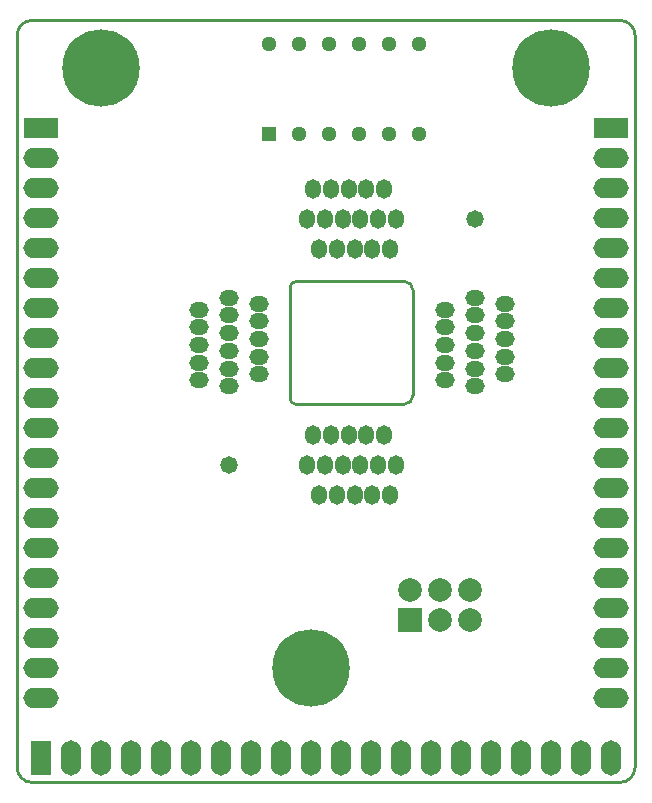
<source format=gts>
G04*
G04 #@! TF.GenerationSoftware,Altium Limited,Altium Designer,21.2.2 (38)*
G04*
G04 Layer_Color=8388736*
%FSLAX25Y25*%
%MOIN*%
G70*
G04*
G04 #@! TF.SameCoordinates,02BB65A1-8190-4807-ADF1-2835F9576F4A*
G04*
G04*
G04 #@! TF.FilePolarity,Negative*
G04*
G01*
G75*
%ADD11C,0.01000*%
%ADD17C,0.05079*%
%ADD18R,0.05079X0.05079*%
%ADD19O,0.05328X0.06509*%
%ADD20O,0.06509X0.05328*%
%ADD21C,0.05800*%
%ADD22C,0.07887*%
%ADD23R,0.07887X0.07887*%
%ADD24C,0.25800*%
%ADD25R,0.11800X0.06800*%
%ADD26O,0.11800X0.06800*%
%ADD27R,0.06800X0.11800*%
%ADD28O,0.06800X0.11800*%
D11*
X93000Y167000D02*
G03*
X91000Y165000I0J-2000D01*
G01*
Y128000D02*
G03*
X93000Y126000I2000J0D01*
G01*
X129000D02*
G03*
X132000Y129000I0J3000D01*
G01*
Y164000D02*
G03*
X129000Y167000I-3000J0D01*
G01*
X5000Y254000D02*
G03*
X0Y249000I0J-5000D01*
G01*
Y5000D02*
G03*
X5000Y0I5000J0D01*
G01*
X201000D02*
G03*
X206000Y5000I0J5000D01*
G01*
Y249000D02*
G03*
X201000Y254000I-5000J0D01*
G01*
X91000Y128000D02*
Y165000D01*
X93000Y126000D02*
X129000D01*
X132000Y129000D02*
Y164000D01*
X93000Y167000D02*
X129000D01*
X5000Y254000D02*
X16000D01*
X0Y5000D02*
Y249000D01*
X5000Y0D02*
X201000D01*
X206000Y5000D02*
Y249000D01*
X16000Y254000D02*
X201000D01*
D17*
X84000Y246000D02*
D03*
X94000D02*
D03*
X104000D02*
D03*
X114000D02*
D03*
X124000D02*
D03*
X134000D02*
D03*
Y216000D02*
D03*
X124000D02*
D03*
X114000D02*
D03*
X104000D02*
D03*
X94000D02*
D03*
D18*
X84000D02*
D03*
D19*
X112500Y95811D02*
D03*
X124311D02*
D03*
X118405D02*
D03*
X100689D02*
D03*
X106595D02*
D03*
X108563Y105811D02*
D03*
X98721Y115811D02*
D03*
X114469Y105811D02*
D03*
X110531Y115811D02*
D03*
X96752Y105811D02*
D03*
X102657D02*
D03*
X104626Y115811D02*
D03*
X116437D02*
D03*
X120374Y105811D02*
D03*
X126279D02*
D03*
X122343Y115811D02*
D03*
X126279Y187779D02*
D03*
X124311Y177779D02*
D03*
X98721Y197780D02*
D03*
X122343D02*
D03*
X106595Y177779D02*
D03*
X114469Y187779D02*
D03*
X116437Y197780D02*
D03*
X110531D02*
D03*
X104626D02*
D03*
X120374Y187779D02*
D03*
X118405Y177779D02*
D03*
X112500D02*
D03*
X108563Y187779D02*
D03*
X102657D02*
D03*
X100689Y177779D02*
D03*
X96752Y187779D02*
D03*
D20*
X162500Y159591D02*
D03*
Y135968D02*
D03*
X142500Y151716D02*
D03*
X152500Y143842D02*
D03*
X162500Y141874D02*
D03*
Y147780D02*
D03*
Y153685D02*
D03*
X142500Y134000D02*
D03*
X152500Y137937D02*
D03*
X142500Y139906D02*
D03*
Y145811D02*
D03*
X152500Y149748D02*
D03*
Y155654D02*
D03*
X142500Y157622D02*
D03*
X152500Y161559D02*
D03*
Y132032D02*
D03*
X60532Y134000D02*
D03*
Y157622D02*
D03*
X80532Y141874D02*
D03*
X70531Y149748D02*
D03*
X60532Y151716D02*
D03*
Y145811D02*
D03*
Y139906D02*
D03*
X80532Y159591D02*
D03*
X70531Y155654D02*
D03*
X80532Y153685D02*
D03*
Y147780D02*
D03*
X70531Y143842D02*
D03*
Y137937D02*
D03*
X80532Y135968D02*
D03*
X70531Y132032D02*
D03*
Y161559D02*
D03*
D21*
X152500Y187779D02*
D03*
X70531Y105811D02*
D03*
D22*
X151000Y64000D02*
D03*
Y54000D02*
D03*
X141000Y64000D02*
D03*
Y54000D02*
D03*
X131000Y64000D02*
D03*
D23*
Y54000D02*
D03*
D24*
X98000Y38000D02*
D03*
X28000Y238000D02*
D03*
X178000D02*
D03*
D25*
X8000Y218000D02*
D03*
X198000D02*
D03*
D26*
X8000Y208000D02*
D03*
Y198000D02*
D03*
Y188000D02*
D03*
Y178000D02*
D03*
Y168000D02*
D03*
Y158000D02*
D03*
Y148000D02*
D03*
Y138000D02*
D03*
Y128000D02*
D03*
Y118000D02*
D03*
Y108000D02*
D03*
Y98000D02*
D03*
Y88000D02*
D03*
Y78000D02*
D03*
Y68000D02*
D03*
Y58000D02*
D03*
Y48000D02*
D03*
Y38000D02*
D03*
Y28000D02*
D03*
X198000Y208000D02*
D03*
Y198000D02*
D03*
Y188000D02*
D03*
Y178000D02*
D03*
Y168000D02*
D03*
Y158000D02*
D03*
Y148000D02*
D03*
Y138000D02*
D03*
Y128000D02*
D03*
Y118000D02*
D03*
Y108000D02*
D03*
Y98000D02*
D03*
Y88000D02*
D03*
Y78000D02*
D03*
Y68000D02*
D03*
Y58000D02*
D03*
Y48000D02*
D03*
Y38000D02*
D03*
Y28000D02*
D03*
D27*
X8000Y8000D02*
D03*
D28*
X18000D02*
D03*
X28000D02*
D03*
X38000D02*
D03*
X48000D02*
D03*
X58000D02*
D03*
X68000D02*
D03*
X78000D02*
D03*
X88000D02*
D03*
X98000D02*
D03*
X108000D02*
D03*
X118000D02*
D03*
X128000D02*
D03*
X138000D02*
D03*
X148000D02*
D03*
X158000D02*
D03*
X168000D02*
D03*
X178000D02*
D03*
X188000D02*
D03*
X198000D02*
D03*
M02*

</source>
